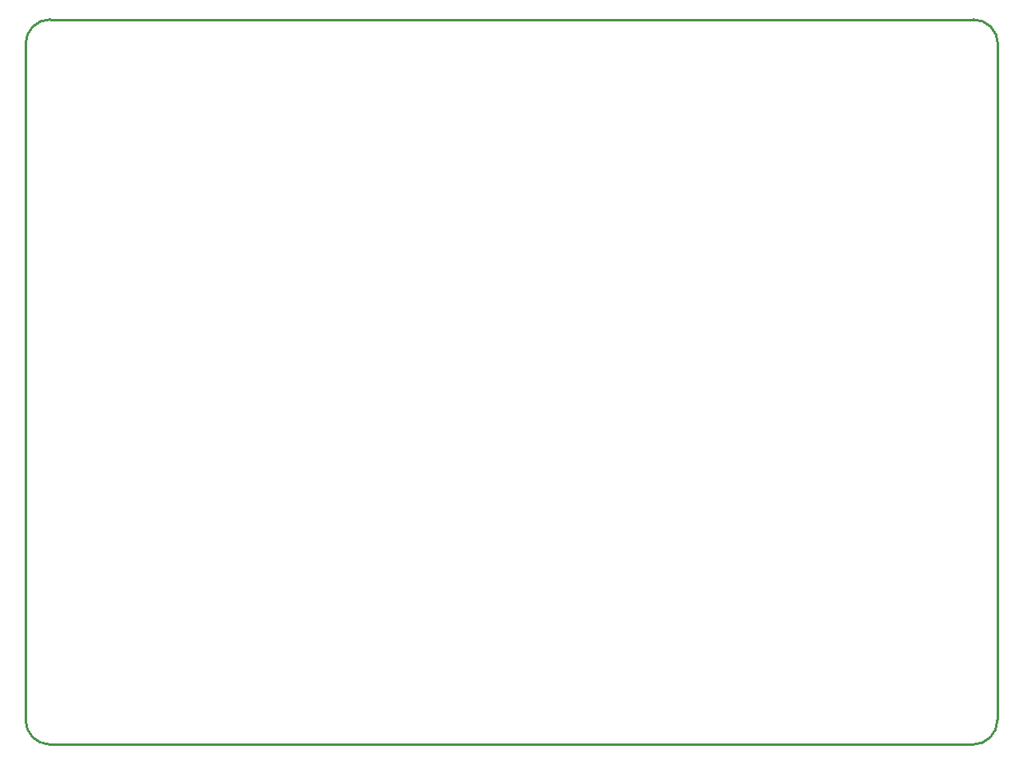
<source format=gko>
G04*
G04 #@! TF.GenerationSoftware,Altium Limited,Altium Designer,18.0.12 (696)*
G04*
G04 Layer_Color=16711935*
%FSLAX44Y44*%
%MOMM*%
G71*
G01*
G75*
%ADD13C,0.2540*%
D13*
X250000Y779780D02*
G03*
X275298Y754417I25085J-277D01*
G01*
X1224316Y754481D02*
G03*
X1249680Y779780I277J25087D01*
G01*
X275277Y1500087D02*
G03*
X249913Y1474787I-277J-25087D01*
G01*
X1250087Y1474723D02*
G03*
X1224787Y1500087I-25087J277D01*
G01*
X249936Y779526D02*
Y1474533D01*
X275125Y1500000D02*
X1224810D01*
X275298Y754481D02*
X1224316D01*
X1250000Y779780D02*
Y1474810D01*
M02*

</source>
